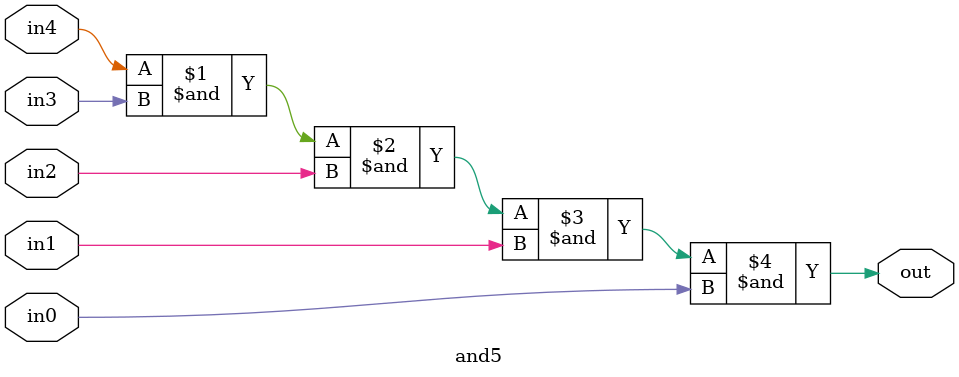
<source format=v>
module and5(out, in4, in3, in2, in1, in0);
	output out;
	input in4, in3, in2, in1, in0;
	
	/*
	wire [2:0] ws;
	
	and and0(ws[0], in0, in1);
	and and1(ws[1], in2, in3);
	and and2(ws[2], ws[0], ws[1]);
	and and3(out, in4, ws[2]);
	*/
	
	and andd(out, in4, in3, in2, in1, in0);
	
endmodule
</source>
